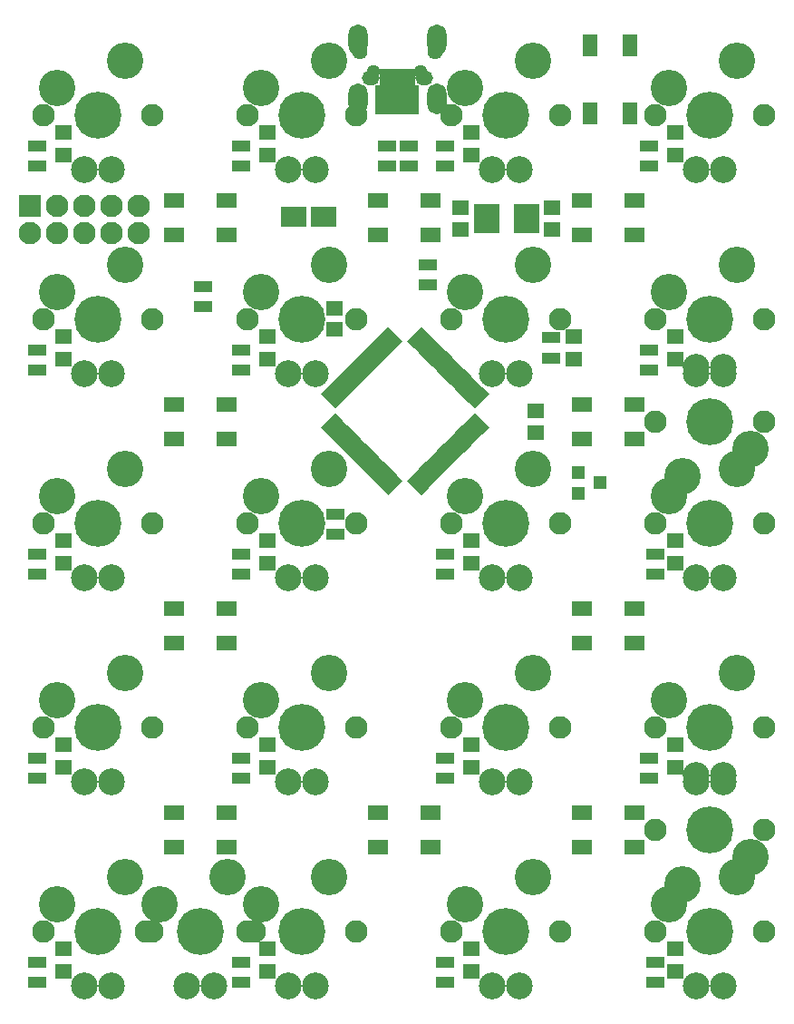
<source format=gbr>
G04 #@! TF.GenerationSoftware,KiCad,Pcbnew,(5.1.2)-1*
G04 #@! TF.CreationDate,2019-05-27T14:02:08+07:00*
G04 #@! TF.ProjectId,numpad,6e756d70-6164-42e6-9b69-6361645f7063,rev?*
G04 #@! TF.SameCoordinates,Original*
G04 #@! TF.FileFunction,Soldermask,Bot*
G04 #@! TF.FilePolarity,Negative*
%FSLAX46Y46*%
G04 Gerber Fmt 4.6, Leading zero omitted, Abs format (unit mm)*
G04 Created by KiCad (PCBNEW (5.1.2)-1) date 2019-05-27 14:02:08*
%MOMM*%
%LPD*%
G04 APERTURE LIST*
%ADD10R,2.350000X1.900000*%
%ADD11R,1.600000X1.400000*%
%ADD12C,2.500000*%
%ADD13O,1.800000X2.900000*%
%ADD14C,1.300000*%
%ADD15R,0.900000X2.700000*%
%ADD16C,2.100000*%
%ADD17R,2.100000X2.100000*%
%ADD18R,1.700000X1.100000*%
%ADD19C,2.101800*%
%ADD20C,4.387800*%
%ADD21C,3.400000*%
%ADD22C,0.950000*%
%ADD23C,0.100000*%
%ADD24O,1.400000X1.950000*%
%ADD25O,1.650000X1.350000*%
%ADD26R,0.800000X1.750000*%
%ADD27R,1.400000X2.100000*%
%ADD28R,1.650000X1.400000*%
%ADD29R,1.900000X1.400000*%
%ADD30R,2.400000X2.800000*%
%ADD31R,1.300000X1.200000*%
G04 APERTURE END LIST*
D10*
X65480766Y-36166373D03*
X62730766Y-36166373D03*
D11*
X41238146Y-28319333D03*
X41238146Y-30419333D03*
D12*
X45726326Y-31820433D03*
X43186326Y-31820433D03*
D11*
X41238146Y-49469333D03*
X41238146Y-47369333D03*
X41238146Y-66419333D03*
X41238146Y-68519333D03*
X41238146Y-85469333D03*
X41238146Y-87569333D03*
X41238146Y-106619333D03*
X41238146Y-104519333D03*
D12*
X45726326Y-50870433D03*
X43186326Y-50870433D03*
X43186326Y-69920433D03*
X45726326Y-69920433D03*
X45726326Y-88970433D03*
X43186326Y-88970433D03*
X45726326Y-108020433D03*
X43186326Y-108020433D03*
X52711326Y-108020433D03*
X55251326Y-108020433D03*
D11*
X60288146Y-30419333D03*
X60288146Y-28319333D03*
X60288146Y-49469333D03*
X60288146Y-47369333D03*
X60288146Y-68519333D03*
X60288146Y-66419333D03*
X60288146Y-85469333D03*
X60288146Y-87569333D03*
X60288146Y-106619333D03*
X60288146Y-104519333D03*
D12*
X64776326Y-31820433D03*
X62236326Y-31820433D03*
X62236326Y-50870433D03*
X64776326Y-50870433D03*
X62236326Y-69920433D03*
X64776326Y-69920433D03*
X64776326Y-88970433D03*
X62236326Y-88970433D03*
X62236326Y-108020433D03*
X64776326Y-108020433D03*
X81286326Y-31820433D03*
X83826326Y-31820433D03*
X83826326Y-50870433D03*
X81286326Y-50870433D03*
X83826326Y-69920433D03*
X81286326Y-69920433D03*
X83826326Y-88970433D03*
X81286326Y-88970433D03*
X81286326Y-108020433D03*
X83826326Y-108020433D03*
D11*
X79338146Y-30419333D03*
X79338146Y-28319333D03*
X88863146Y-47369333D03*
X88863146Y-49469333D03*
X79338146Y-66419333D03*
X79338146Y-68519333D03*
X79338146Y-85469333D03*
X79338146Y-87569333D03*
X79338146Y-106619333D03*
X79338146Y-104519333D03*
D12*
X102876326Y-31820433D03*
X100336326Y-31820433D03*
X100336326Y-50870433D03*
X102876326Y-50870433D03*
X100336326Y-50235433D03*
X102876326Y-50235433D03*
X100336326Y-69920433D03*
X102876326Y-69920433D03*
X102876326Y-88970433D03*
X100336326Y-88970433D03*
X102876326Y-88335433D03*
X100336326Y-88335433D03*
X100336326Y-108020433D03*
X102876326Y-108020433D03*
D11*
X98388146Y-28319333D03*
X98388146Y-30419333D03*
X98388146Y-49469333D03*
X98388146Y-47369333D03*
X98388146Y-66419333D03*
X98388146Y-68519333D03*
X98388146Y-85469333D03*
X98388146Y-87569333D03*
X98388146Y-106619333D03*
X98388146Y-104519333D03*
D13*
X76106326Y-25150433D03*
D14*
X74606326Y-22650433D03*
X70206326Y-22650433D03*
D13*
X76106326Y-19650433D03*
X68706326Y-19650433D03*
X68706326Y-25150433D03*
D15*
X74006326Y-25250433D03*
X73206326Y-25250433D03*
X72406326Y-25250433D03*
X71606326Y-25250433D03*
X70806326Y-25250433D03*
D16*
X43188146Y-37739333D03*
X43188146Y-35199333D03*
X40648146Y-37739333D03*
X40648146Y-35199333D03*
X38108146Y-37739333D03*
D17*
X38108146Y-35199333D03*
D16*
X45728146Y-37739333D03*
X48268146Y-37739333D03*
X45728146Y-35199333D03*
X48268146Y-35199333D03*
D18*
X38748146Y-31469333D03*
X38748146Y-29569333D03*
X38748146Y-50519333D03*
X38748146Y-48619333D03*
X38748146Y-69569333D03*
X38748146Y-67669333D03*
X38748146Y-86719333D03*
X38748146Y-88619333D03*
X38748146Y-105769333D03*
X38748146Y-107669333D03*
X57798146Y-29569333D03*
X57798146Y-31469333D03*
X57798146Y-48619333D03*
X57798146Y-50519333D03*
X57798146Y-67669333D03*
X57798146Y-69569333D03*
X57798146Y-88619333D03*
X57798146Y-86719333D03*
X57798146Y-107669333D03*
X57798146Y-105769333D03*
X76848146Y-31469333D03*
X76848146Y-29569333D03*
X76848146Y-69569333D03*
X76848146Y-67669333D03*
X76848146Y-86719333D03*
X76848146Y-88619333D03*
X76848146Y-105769333D03*
X76848146Y-107669333D03*
X95898146Y-29569333D03*
X95898146Y-31469333D03*
X95898146Y-48619333D03*
X95898146Y-50519333D03*
X96500000Y-69569333D03*
X96500000Y-67669333D03*
X95898146Y-88619333D03*
X95898146Y-86719333D03*
X96500000Y-105769333D03*
X96500000Y-107669333D03*
D19*
X49536326Y-26740433D03*
X39376326Y-26740433D03*
D20*
X44456326Y-26740433D03*
D21*
X40646326Y-24200433D03*
X46996326Y-21660433D03*
X46996326Y-40710433D03*
X40646326Y-43250433D03*
D20*
X44456326Y-45790433D03*
D19*
X39376326Y-45790433D03*
X49536326Y-45790433D03*
X49536326Y-64840433D03*
X39376326Y-64840433D03*
D20*
X44456326Y-64840433D03*
D21*
X40646326Y-62300433D03*
X46996326Y-59760433D03*
D19*
X49536326Y-83890433D03*
X39376326Y-83890433D03*
D20*
X44456326Y-83890433D03*
D21*
X40646326Y-81350433D03*
X46996326Y-78810433D03*
D19*
X49536326Y-102940433D03*
X39376326Y-102940433D03*
D20*
X44456326Y-102940433D03*
D21*
X40646326Y-100400433D03*
X46996326Y-97860433D03*
D19*
X59061326Y-102940433D03*
X48901326Y-102940433D03*
D20*
X53981326Y-102940433D03*
D21*
X50171326Y-100400433D03*
X56521326Y-97860433D03*
D19*
X68586326Y-26740433D03*
X58426326Y-26740433D03*
D20*
X63506326Y-26740433D03*
D21*
X59696326Y-24200433D03*
X66046326Y-21660433D03*
X66046326Y-40710433D03*
X59696326Y-43250433D03*
D20*
X63506326Y-45790433D03*
D19*
X58426326Y-45790433D03*
X68586326Y-45790433D03*
D21*
X66046326Y-59760433D03*
X59696326Y-62300433D03*
D20*
X63506326Y-64840433D03*
D19*
X58426326Y-64840433D03*
X68586326Y-64840433D03*
X68586326Y-83890433D03*
X58426326Y-83890433D03*
D20*
X63506326Y-83890433D03*
D21*
X59696326Y-81350433D03*
X66046326Y-78810433D03*
X66046326Y-97860433D03*
X59696326Y-100400433D03*
D20*
X63506326Y-102940433D03*
D19*
X58426326Y-102940433D03*
X68586326Y-102940433D03*
X87636326Y-26740433D03*
X77476326Y-26740433D03*
D20*
X82556326Y-26740433D03*
D21*
X78746326Y-24200433D03*
X85096326Y-21660433D03*
D19*
X87636326Y-45790433D03*
X77476326Y-45790433D03*
D20*
X82556326Y-45790433D03*
D21*
X78746326Y-43250433D03*
X85096326Y-40710433D03*
X85096326Y-59760433D03*
X78746326Y-62300433D03*
D20*
X82556326Y-64840433D03*
D19*
X77476326Y-64840433D03*
X87636326Y-64840433D03*
X87636326Y-83890433D03*
X77476326Y-83890433D03*
D20*
X82556326Y-83890433D03*
D21*
X78746326Y-81350433D03*
X85096326Y-78810433D03*
X85096326Y-97860433D03*
X78746326Y-100400433D03*
D20*
X82556326Y-102940433D03*
D19*
X77476326Y-102940433D03*
X87636326Y-102940433D03*
X106686326Y-26740433D03*
X96526326Y-26740433D03*
D20*
X101606326Y-26740433D03*
D21*
X97796326Y-24200433D03*
X104146326Y-21660433D03*
X104146326Y-59760433D03*
X97796326Y-62300433D03*
D20*
X101606326Y-64840433D03*
D19*
X96526326Y-64840433D03*
X106686326Y-64840433D03*
D21*
X104146326Y-40710433D03*
X97796326Y-43250433D03*
D20*
X101606326Y-45790433D03*
D19*
X96526326Y-45790433D03*
X106686326Y-45790433D03*
D21*
X104146326Y-78810433D03*
X97796326Y-81350433D03*
D20*
X101606326Y-83890433D03*
D19*
X96526326Y-83890433D03*
X106686326Y-83890433D03*
D22*
X66247390Y-53078351D03*
D23*
G36*
X65239763Y-52742475D02*
G01*
X65911514Y-52070724D01*
X67255017Y-53414227D01*
X66583266Y-54085978D01*
X65239763Y-52742475D01*
X65239763Y-52742475D01*
G37*
D22*
X66813076Y-52512666D03*
D23*
G36*
X65805449Y-52176790D02*
G01*
X66477200Y-51505039D01*
X67820703Y-52848542D01*
X67148952Y-53520293D01*
X65805449Y-52176790D01*
X65805449Y-52176790D01*
G37*
D22*
X67378761Y-51946981D03*
D23*
G36*
X66371134Y-51611105D02*
G01*
X67042885Y-50939354D01*
X68386388Y-52282857D01*
X67714637Y-52954608D01*
X66371134Y-51611105D01*
X66371134Y-51611105D01*
G37*
D22*
X67944446Y-51381295D03*
D23*
G36*
X66936819Y-51045419D02*
G01*
X67608570Y-50373668D01*
X68952073Y-51717171D01*
X68280322Y-52388922D01*
X66936819Y-51045419D01*
X66936819Y-51045419D01*
G37*
D22*
X68510132Y-50815610D03*
D23*
G36*
X67502505Y-50479734D02*
G01*
X68174256Y-49807983D01*
X69517759Y-51151486D01*
X68846008Y-51823237D01*
X67502505Y-50479734D01*
X67502505Y-50479734D01*
G37*
D22*
X69075817Y-50249924D03*
D23*
G36*
X68068190Y-49914048D02*
G01*
X68739941Y-49242297D01*
X70083444Y-50585800D01*
X69411693Y-51257551D01*
X68068190Y-49914048D01*
X68068190Y-49914048D01*
G37*
D22*
X69641503Y-49684239D03*
D23*
G36*
X68633876Y-49348363D02*
G01*
X69305627Y-48676612D01*
X70649130Y-50020115D01*
X69977379Y-50691866D01*
X68633876Y-49348363D01*
X68633876Y-49348363D01*
G37*
D22*
X70207188Y-49118553D03*
D23*
G36*
X69199561Y-48782677D02*
G01*
X69871312Y-48110926D01*
X71214815Y-49454429D01*
X70543064Y-50126180D01*
X69199561Y-48782677D01*
X69199561Y-48782677D01*
G37*
D22*
X70772874Y-48552868D03*
D23*
G36*
X69765247Y-48216992D02*
G01*
X70436998Y-47545241D01*
X71780501Y-48888744D01*
X71108750Y-49560495D01*
X69765247Y-48216992D01*
X69765247Y-48216992D01*
G37*
D22*
X71338559Y-47987183D03*
D23*
G36*
X70330932Y-47651307D02*
G01*
X71002683Y-46979556D01*
X72346186Y-48323059D01*
X71674435Y-48994810D01*
X70330932Y-47651307D01*
X70330932Y-47651307D01*
G37*
D22*
X71904244Y-47421497D03*
D23*
G36*
X70896617Y-47085621D02*
G01*
X71568368Y-46413870D01*
X72911871Y-47757373D01*
X72240120Y-48429124D01*
X70896617Y-47085621D01*
X70896617Y-47085621D01*
G37*
D22*
X74308408Y-47421497D03*
D23*
G36*
X74644284Y-46413870D02*
G01*
X75316035Y-47085621D01*
X73972532Y-48429124D01*
X73300781Y-47757373D01*
X74644284Y-46413870D01*
X74644284Y-46413870D01*
G37*
D22*
X74874093Y-47987183D03*
D23*
G36*
X75209969Y-46979556D02*
G01*
X75881720Y-47651307D01*
X74538217Y-48994810D01*
X73866466Y-48323059D01*
X75209969Y-46979556D01*
X75209969Y-46979556D01*
G37*
D22*
X75439778Y-48552868D03*
D23*
G36*
X75775654Y-47545241D02*
G01*
X76447405Y-48216992D01*
X75103902Y-49560495D01*
X74432151Y-48888744D01*
X75775654Y-47545241D01*
X75775654Y-47545241D01*
G37*
D22*
X76005464Y-49118553D03*
D23*
G36*
X76341340Y-48110926D02*
G01*
X77013091Y-48782677D01*
X75669588Y-50126180D01*
X74997837Y-49454429D01*
X76341340Y-48110926D01*
X76341340Y-48110926D01*
G37*
D22*
X76571149Y-49684239D03*
D23*
G36*
X76907025Y-48676612D02*
G01*
X77578776Y-49348363D01*
X76235273Y-50691866D01*
X75563522Y-50020115D01*
X76907025Y-48676612D01*
X76907025Y-48676612D01*
G37*
D22*
X77136835Y-50249924D03*
D23*
G36*
X77472711Y-49242297D02*
G01*
X78144462Y-49914048D01*
X76800959Y-51257551D01*
X76129208Y-50585800D01*
X77472711Y-49242297D01*
X77472711Y-49242297D01*
G37*
D22*
X77702520Y-50815610D03*
D23*
G36*
X78038396Y-49807983D02*
G01*
X78710147Y-50479734D01*
X77366644Y-51823237D01*
X76694893Y-51151486D01*
X78038396Y-49807983D01*
X78038396Y-49807983D01*
G37*
D22*
X78268206Y-51381295D03*
D23*
G36*
X78604082Y-50373668D02*
G01*
X79275833Y-51045419D01*
X77932330Y-52388922D01*
X77260579Y-51717171D01*
X78604082Y-50373668D01*
X78604082Y-50373668D01*
G37*
D22*
X78833891Y-51946981D03*
D23*
G36*
X79169767Y-50939354D02*
G01*
X79841518Y-51611105D01*
X78498015Y-52954608D01*
X77826264Y-52282857D01*
X79169767Y-50939354D01*
X79169767Y-50939354D01*
G37*
D22*
X79399576Y-52512666D03*
D23*
G36*
X79735452Y-51505039D02*
G01*
X80407203Y-52176790D01*
X79063700Y-53520293D01*
X78391949Y-52848542D01*
X79735452Y-51505039D01*
X79735452Y-51505039D01*
G37*
D22*
X79965262Y-53078351D03*
D23*
G36*
X80301138Y-52070724D02*
G01*
X80972889Y-52742475D01*
X79629386Y-54085978D01*
X78957635Y-53414227D01*
X80301138Y-52070724D01*
X80301138Y-52070724D01*
G37*
D22*
X79965262Y-55482515D03*
D23*
G36*
X78957635Y-55146639D02*
G01*
X79629386Y-54474888D01*
X80972889Y-55818391D01*
X80301138Y-56490142D01*
X78957635Y-55146639D01*
X78957635Y-55146639D01*
G37*
D22*
X79399576Y-56048200D03*
D23*
G36*
X78391949Y-55712324D02*
G01*
X79063700Y-55040573D01*
X80407203Y-56384076D01*
X79735452Y-57055827D01*
X78391949Y-55712324D01*
X78391949Y-55712324D01*
G37*
D22*
X78833891Y-56613885D03*
D23*
G36*
X77826264Y-56278009D02*
G01*
X78498015Y-55606258D01*
X79841518Y-56949761D01*
X79169767Y-57621512D01*
X77826264Y-56278009D01*
X77826264Y-56278009D01*
G37*
D22*
X78268206Y-57179571D03*
D23*
G36*
X77260579Y-56843695D02*
G01*
X77932330Y-56171944D01*
X79275833Y-57515447D01*
X78604082Y-58187198D01*
X77260579Y-56843695D01*
X77260579Y-56843695D01*
G37*
D22*
X77702520Y-57745256D03*
D23*
G36*
X76694893Y-57409380D02*
G01*
X77366644Y-56737629D01*
X78710147Y-58081132D01*
X78038396Y-58752883D01*
X76694893Y-57409380D01*
X76694893Y-57409380D01*
G37*
D22*
X77136835Y-58310942D03*
D23*
G36*
X76129208Y-57975066D02*
G01*
X76800959Y-57303315D01*
X78144462Y-58646818D01*
X77472711Y-59318569D01*
X76129208Y-57975066D01*
X76129208Y-57975066D01*
G37*
D22*
X76571149Y-58876627D03*
D23*
G36*
X75563522Y-58540751D02*
G01*
X76235273Y-57869000D01*
X77578776Y-59212503D01*
X76907025Y-59884254D01*
X75563522Y-58540751D01*
X75563522Y-58540751D01*
G37*
D22*
X76005464Y-59442313D03*
D23*
G36*
X74997837Y-59106437D02*
G01*
X75669588Y-58434686D01*
X77013091Y-59778189D01*
X76341340Y-60449940D01*
X74997837Y-59106437D01*
X74997837Y-59106437D01*
G37*
D22*
X75439778Y-60007998D03*
D23*
G36*
X74432151Y-59672122D02*
G01*
X75103902Y-59000371D01*
X76447405Y-60343874D01*
X75775654Y-61015625D01*
X74432151Y-59672122D01*
X74432151Y-59672122D01*
G37*
D22*
X74874093Y-60573683D03*
D23*
G36*
X73866466Y-60237807D02*
G01*
X74538217Y-59566056D01*
X75881720Y-60909559D01*
X75209969Y-61581310D01*
X73866466Y-60237807D01*
X73866466Y-60237807D01*
G37*
D22*
X74308408Y-61139369D03*
D23*
G36*
X73300781Y-60803493D02*
G01*
X73972532Y-60131742D01*
X75316035Y-61475245D01*
X74644284Y-62146996D01*
X73300781Y-60803493D01*
X73300781Y-60803493D01*
G37*
D22*
X71904244Y-61139369D03*
D23*
G36*
X72240120Y-60131742D02*
G01*
X72911871Y-60803493D01*
X71568368Y-62146996D01*
X70896617Y-61475245D01*
X72240120Y-60131742D01*
X72240120Y-60131742D01*
G37*
D22*
X71338559Y-60573683D03*
D23*
G36*
X71674435Y-59566056D02*
G01*
X72346186Y-60237807D01*
X71002683Y-61581310D01*
X70330932Y-60909559D01*
X71674435Y-59566056D01*
X71674435Y-59566056D01*
G37*
D22*
X70772874Y-60007998D03*
D23*
G36*
X71108750Y-59000371D02*
G01*
X71780501Y-59672122D01*
X70436998Y-61015625D01*
X69765247Y-60343874D01*
X71108750Y-59000371D01*
X71108750Y-59000371D01*
G37*
D22*
X70207188Y-59442313D03*
D23*
G36*
X70543064Y-58434686D02*
G01*
X71214815Y-59106437D01*
X69871312Y-60449940D01*
X69199561Y-59778189D01*
X70543064Y-58434686D01*
X70543064Y-58434686D01*
G37*
D22*
X69641503Y-58876627D03*
D23*
G36*
X69977379Y-57869000D02*
G01*
X70649130Y-58540751D01*
X69305627Y-59884254D01*
X68633876Y-59212503D01*
X69977379Y-57869000D01*
X69977379Y-57869000D01*
G37*
D22*
X69075817Y-58310942D03*
D23*
G36*
X69411693Y-57303315D02*
G01*
X70083444Y-57975066D01*
X68739941Y-59318569D01*
X68068190Y-58646818D01*
X69411693Y-57303315D01*
X69411693Y-57303315D01*
G37*
D22*
X68510132Y-57745256D03*
D23*
G36*
X68846008Y-56737629D02*
G01*
X69517759Y-57409380D01*
X68174256Y-58752883D01*
X67502505Y-58081132D01*
X68846008Y-56737629D01*
X68846008Y-56737629D01*
G37*
D22*
X67944446Y-57179571D03*
D23*
G36*
X68280322Y-56171944D02*
G01*
X68952073Y-56843695D01*
X67608570Y-58187198D01*
X66936819Y-57515447D01*
X68280322Y-56171944D01*
X68280322Y-56171944D01*
G37*
D22*
X67378761Y-56613885D03*
D23*
G36*
X67714637Y-55606258D02*
G01*
X68386388Y-56278009D01*
X67042885Y-57621512D01*
X66371134Y-56949761D01*
X67714637Y-55606258D01*
X67714637Y-55606258D01*
G37*
D22*
X66813076Y-56048200D03*
D23*
G36*
X67148952Y-55040573D02*
G01*
X67820703Y-55712324D01*
X66477200Y-57055827D01*
X65805449Y-56384076D01*
X67148952Y-55040573D01*
X67148952Y-55040573D01*
G37*
D22*
X66247390Y-55482515D03*
D23*
G36*
X66583266Y-54474888D02*
G01*
X67255017Y-55146639D01*
X65911514Y-56490142D01*
X65239763Y-55818391D01*
X66583266Y-54474888D01*
X66583266Y-54474888D01*
G37*
D24*
X75895426Y-20522973D03*
X68895426Y-20522973D03*
D25*
X74895426Y-23222973D03*
X69895426Y-23222973D03*
D26*
X73695426Y-23222973D03*
X73045426Y-23222973D03*
X72395426Y-23222973D03*
X71745426Y-23222973D03*
X71095426Y-23222973D03*
D27*
X90366326Y-20230433D03*
X90366326Y-26530433D03*
X94166326Y-20230433D03*
X94166326Y-26530433D03*
D19*
X96526326Y-55315433D03*
X106686326Y-55315433D03*
D20*
X101606326Y-55315433D03*
D21*
X105416326Y-57855433D03*
X99066326Y-60395433D03*
X99066326Y-98495433D03*
X105416326Y-95955433D03*
D20*
X101606326Y-93415433D03*
D19*
X106686326Y-93415433D03*
X96526326Y-93415433D03*
D21*
X104146326Y-97860433D03*
X97796326Y-100400433D03*
D20*
X101606326Y-102940433D03*
D19*
X96526326Y-102940433D03*
X106686326Y-102940433D03*
D28*
X86841306Y-37356873D03*
X86841306Y-35356873D03*
X85316326Y-56310433D03*
X85316326Y-54310433D03*
X78314526Y-37356873D03*
X78314526Y-35356873D03*
X66574646Y-46714233D03*
X66574646Y-44714233D03*
D29*
X51531326Y-37865433D03*
X51531326Y-34665433D03*
X56431326Y-37865433D03*
X56431326Y-34665433D03*
X51531326Y-56915433D03*
X51531326Y-53715433D03*
X56431326Y-56915433D03*
X56431326Y-53715433D03*
X75481326Y-34665433D03*
X75481326Y-37865433D03*
X70581326Y-34665433D03*
X70581326Y-37865433D03*
X56431326Y-72765433D03*
X56431326Y-75965433D03*
X51531326Y-72765433D03*
X51531326Y-75965433D03*
X89631326Y-37865433D03*
X89631326Y-34665433D03*
X94531326Y-37865433D03*
X94531326Y-34665433D03*
X51531326Y-95015433D03*
X51531326Y-91815433D03*
X56431326Y-95015433D03*
X56431326Y-91815433D03*
X89631326Y-56915433D03*
X89631326Y-53715433D03*
X94531326Y-56915433D03*
X94531326Y-53715433D03*
X75481326Y-91815433D03*
X75481326Y-95015433D03*
X70581326Y-91815433D03*
X70581326Y-95015433D03*
X94531326Y-72765433D03*
X94531326Y-75965433D03*
X89631326Y-72765433D03*
X89631326Y-75965433D03*
X94531326Y-91815433D03*
X94531326Y-95015433D03*
X89631326Y-91815433D03*
X89631326Y-95015433D03*
D18*
X71481926Y-29569333D03*
X71481926Y-31469333D03*
X73485986Y-31469333D03*
X73485986Y-29569333D03*
D30*
X84467286Y-36356873D03*
X80767286Y-36356873D03*
D18*
X75256326Y-42540433D03*
X75256326Y-40640433D03*
X66626326Y-65860433D03*
X66626326Y-63960433D03*
X86746326Y-49380433D03*
X86746326Y-47480433D03*
X54256326Y-44580433D03*
X54256326Y-42680433D03*
D31*
X89328146Y-61979333D03*
X89328146Y-60079333D03*
X91328146Y-61029333D03*
M02*

</source>
